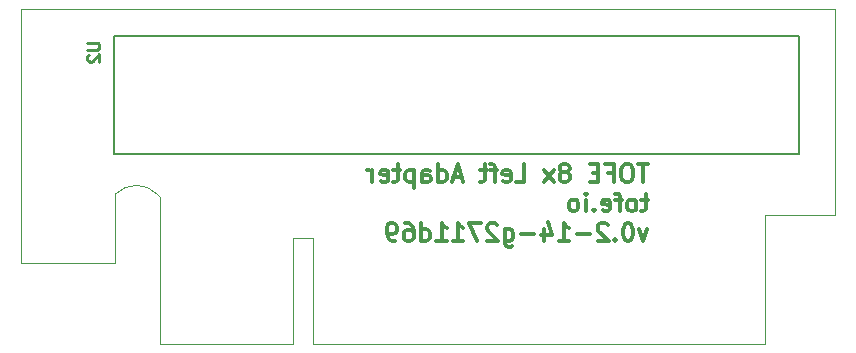
<source format=gbo>
G04 #@! TF.FileFunction,Legend,Bot*
%FSLAX46Y46*%
G04 Gerber Fmt 4.6, Leading zero omitted, Abs format (unit mm)*
G04 Created by KiCad (PCBNEW 4.0.2+e4-6225~38~ubuntu14.04.1-stable) date Wed Aug  3 16:15:20 2016*
%MOMM*%
G01*
G04 APERTURE LIST*
%ADD10C,0.350000*%
%ADD11C,0.300000*%
%ADD12C,0.375000*%
%ADD13C,0.100000*%
%ADD14C,0.150000*%
%ADD15C,0.254000*%
G04 APERTURE END LIST*
D10*
D11*
X215285714Y-178428571D02*
X214928571Y-179428571D01*
X214571429Y-178428571D01*
X213714286Y-177928571D02*
X213571429Y-177928571D01*
X213428572Y-178000000D01*
X213357143Y-178071429D01*
X213285714Y-178214286D01*
X213214286Y-178500000D01*
X213214286Y-178857143D01*
X213285714Y-179142857D01*
X213357143Y-179285714D01*
X213428572Y-179357143D01*
X213571429Y-179428571D01*
X213714286Y-179428571D01*
X213857143Y-179357143D01*
X213928572Y-179285714D01*
X214000000Y-179142857D01*
X214071429Y-178857143D01*
X214071429Y-178500000D01*
X214000000Y-178214286D01*
X213928572Y-178071429D01*
X213857143Y-178000000D01*
X213714286Y-177928571D01*
X212571429Y-179285714D02*
X212500001Y-179357143D01*
X212571429Y-179428571D01*
X212642858Y-179357143D01*
X212571429Y-179285714D01*
X212571429Y-179428571D01*
X211928572Y-178071429D02*
X211857143Y-178000000D01*
X211714286Y-177928571D01*
X211357143Y-177928571D01*
X211214286Y-178000000D01*
X211142857Y-178071429D01*
X211071429Y-178214286D01*
X211071429Y-178357143D01*
X211142857Y-178571429D01*
X212000000Y-179428571D01*
X211071429Y-179428571D01*
X210428572Y-178857143D02*
X209285715Y-178857143D01*
X207785715Y-179428571D02*
X208642858Y-179428571D01*
X208214286Y-179428571D02*
X208214286Y-177928571D01*
X208357143Y-178142857D01*
X208500001Y-178285714D01*
X208642858Y-178357143D01*
X206500001Y-178428571D02*
X206500001Y-179428571D01*
X206857144Y-177857143D02*
X207214287Y-178928571D01*
X206285715Y-178928571D01*
X205714287Y-178857143D02*
X204571430Y-178857143D01*
X203214287Y-178428571D02*
X203214287Y-179642857D01*
X203285716Y-179785714D01*
X203357144Y-179857143D01*
X203500001Y-179928571D01*
X203714287Y-179928571D01*
X203857144Y-179857143D01*
X203214287Y-179357143D02*
X203357144Y-179428571D01*
X203642858Y-179428571D01*
X203785716Y-179357143D01*
X203857144Y-179285714D01*
X203928573Y-179142857D01*
X203928573Y-178714286D01*
X203857144Y-178571429D01*
X203785716Y-178500000D01*
X203642858Y-178428571D01*
X203357144Y-178428571D01*
X203214287Y-178500000D01*
X202571430Y-178071429D02*
X202500001Y-178000000D01*
X202357144Y-177928571D01*
X202000001Y-177928571D01*
X201857144Y-178000000D01*
X201785715Y-178071429D01*
X201714287Y-178214286D01*
X201714287Y-178357143D01*
X201785715Y-178571429D01*
X202642858Y-179428571D01*
X201714287Y-179428571D01*
X201214287Y-177928571D02*
X200214287Y-177928571D01*
X200857144Y-179428571D01*
X198857145Y-179428571D02*
X199714288Y-179428571D01*
X199285716Y-179428571D02*
X199285716Y-177928571D01*
X199428573Y-178142857D01*
X199571431Y-178285714D01*
X199714288Y-178357143D01*
X197428574Y-179428571D02*
X198285717Y-179428571D01*
X197857145Y-179428571D02*
X197857145Y-177928571D01*
X198000002Y-178142857D01*
X198142860Y-178285714D01*
X198285717Y-178357143D01*
X196142860Y-179428571D02*
X196142860Y-177928571D01*
X196142860Y-179357143D02*
X196285717Y-179428571D01*
X196571431Y-179428571D01*
X196714289Y-179357143D01*
X196785717Y-179285714D01*
X196857146Y-179142857D01*
X196857146Y-178714286D01*
X196785717Y-178571429D01*
X196714289Y-178500000D01*
X196571431Y-178428571D01*
X196285717Y-178428571D01*
X196142860Y-178500000D01*
X194785717Y-177928571D02*
X195071431Y-177928571D01*
X195214288Y-178000000D01*
X195285717Y-178071429D01*
X195428574Y-178285714D01*
X195500003Y-178571429D01*
X195500003Y-179142857D01*
X195428574Y-179285714D01*
X195357146Y-179357143D01*
X195214288Y-179428571D01*
X194928574Y-179428571D01*
X194785717Y-179357143D01*
X194714288Y-179285714D01*
X194642860Y-179142857D01*
X194642860Y-178785714D01*
X194714288Y-178642857D01*
X194785717Y-178571429D01*
X194928574Y-178500000D01*
X195214288Y-178500000D01*
X195357146Y-178571429D01*
X195428574Y-178642857D01*
X195500003Y-178785714D01*
X193928575Y-179428571D02*
X193642860Y-179428571D01*
X193500003Y-179357143D01*
X193428575Y-179285714D01*
X193285717Y-179071429D01*
X193214289Y-178785714D01*
X193214289Y-178214286D01*
X193285717Y-178071429D01*
X193357146Y-178000000D01*
X193500003Y-177928571D01*
X193785717Y-177928571D01*
X193928575Y-178000000D01*
X194000003Y-178071429D01*
X194071432Y-178214286D01*
X194071432Y-178571429D01*
X194000003Y-178714286D01*
X193928575Y-178785714D01*
X193785717Y-178857143D01*
X193500003Y-178857143D01*
X193357146Y-178785714D01*
X193285717Y-178714286D01*
X193214289Y-178571429D01*
D12*
X215357143Y-172941071D02*
X214500000Y-172941071D01*
X214928571Y-174441071D02*
X214928571Y-172941071D01*
X213714286Y-172941071D02*
X213428572Y-172941071D01*
X213285714Y-173012500D01*
X213142857Y-173155357D01*
X213071429Y-173441071D01*
X213071429Y-173941071D01*
X213142857Y-174226786D01*
X213285714Y-174369643D01*
X213428572Y-174441071D01*
X213714286Y-174441071D01*
X213857143Y-174369643D01*
X214000000Y-174226786D01*
X214071429Y-173941071D01*
X214071429Y-173441071D01*
X214000000Y-173155357D01*
X213857143Y-173012500D01*
X213714286Y-172941071D01*
X211928571Y-173655357D02*
X212428571Y-173655357D01*
X212428571Y-174441071D02*
X212428571Y-172941071D01*
X211714285Y-172941071D01*
X211142857Y-173655357D02*
X210642857Y-173655357D01*
X210428571Y-174441071D02*
X211142857Y-174441071D01*
X211142857Y-172941071D01*
X210428571Y-172941071D01*
X208428571Y-173583929D02*
X208571429Y-173512500D01*
X208642857Y-173441071D01*
X208714286Y-173298214D01*
X208714286Y-173226786D01*
X208642857Y-173083929D01*
X208571429Y-173012500D01*
X208428571Y-172941071D01*
X208142857Y-172941071D01*
X208000000Y-173012500D01*
X207928571Y-173083929D01*
X207857143Y-173226786D01*
X207857143Y-173298214D01*
X207928571Y-173441071D01*
X208000000Y-173512500D01*
X208142857Y-173583929D01*
X208428571Y-173583929D01*
X208571429Y-173655357D01*
X208642857Y-173726786D01*
X208714286Y-173869643D01*
X208714286Y-174155357D01*
X208642857Y-174298214D01*
X208571429Y-174369643D01*
X208428571Y-174441071D01*
X208142857Y-174441071D01*
X208000000Y-174369643D01*
X207928571Y-174298214D01*
X207857143Y-174155357D01*
X207857143Y-173869643D01*
X207928571Y-173726786D01*
X208000000Y-173655357D01*
X208142857Y-173583929D01*
X207357143Y-174441071D02*
X206571429Y-173441071D01*
X207357143Y-173441071D02*
X206571429Y-174441071D01*
X204142857Y-174441071D02*
X204857143Y-174441071D01*
X204857143Y-172941071D01*
X203071429Y-174369643D02*
X203214286Y-174441071D01*
X203500000Y-174441071D01*
X203642857Y-174369643D01*
X203714286Y-174226786D01*
X203714286Y-173655357D01*
X203642857Y-173512500D01*
X203500000Y-173441071D01*
X203214286Y-173441071D01*
X203071429Y-173512500D01*
X203000000Y-173655357D01*
X203000000Y-173798214D01*
X203714286Y-173941071D01*
X202571429Y-173441071D02*
X202000000Y-173441071D01*
X202357143Y-174441071D02*
X202357143Y-173155357D01*
X202285715Y-173012500D01*
X202142857Y-172941071D01*
X202000000Y-172941071D01*
X201714286Y-173441071D02*
X201142857Y-173441071D01*
X201500000Y-172941071D02*
X201500000Y-174226786D01*
X201428572Y-174369643D01*
X201285714Y-174441071D01*
X201142857Y-174441071D01*
X199571429Y-174012500D02*
X198857143Y-174012500D01*
X199714286Y-174441071D02*
X199214286Y-172941071D01*
X198714286Y-174441071D01*
X197571429Y-174441071D02*
X197571429Y-172941071D01*
X197571429Y-174369643D02*
X197714286Y-174441071D01*
X198000000Y-174441071D01*
X198142858Y-174369643D01*
X198214286Y-174298214D01*
X198285715Y-174155357D01*
X198285715Y-173726786D01*
X198214286Y-173583929D01*
X198142858Y-173512500D01*
X198000000Y-173441071D01*
X197714286Y-173441071D01*
X197571429Y-173512500D01*
X196214286Y-174441071D02*
X196214286Y-173655357D01*
X196285715Y-173512500D01*
X196428572Y-173441071D01*
X196714286Y-173441071D01*
X196857143Y-173512500D01*
X196214286Y-174369643D02*
X196357143Y-174441071D01*
X196714286Y-174441071D01*
X196857143Y-174369643D01*
X196928572Y-174226786D01*
X196928572Y-174083929D01*
X196857143Y-173941071D01*
X196714286Y-173869643D01*
X196357143Y-173869643D01*
X196214286Y-173798214D01*
X195500000Y-173441071D02*
X195500000Y-174941071D01*
X195500000Y-173512500D02*
X195357143Y-173441071D01*
X195071429Y-173441071D01*
X194928572Y-173512500D01*
X194857143Y-173583929D01*
X194785714Y-173726786D01*
X194785714Y-174155357D01*
X194857143Y-174298214D01*
X194928572Y-174369643D01*
X195071429Y-174441071D01*
X195357143Y-174441071D01*
X195500000Y-174369643D01*
X194357143Y-173441071D02*
X193785714Y-173441071D01*
X194142857Y-172941071D02*
X194142857Y-174226786D01*
X194071429Y-174369643D01*
X193928571Y-174441071D01*
X193785714Y-174441071D01*
X192714286Y-174369643D02*
X192857143Y-174441071D01*
X193142857Y-174441071D01*
X193285714Y-174369643D01*
X193357143Y-174226786D01*
X193357143Y-173655357D01*
X193285714Y-173512500D01*
X193142857Y-173441071D01*
X192857143Y-173441071D01*
X192714286Y-173512500D01*
X192642857Y-173655357D01*
X192642857Y-173798214D01*
X193357143Y-173941071D01*
X192000000Y-174441071D02*
X192000000Y-173441071D01*
X192000000Y-173726786D02*
X191928572Y-173583929D01*
X191857143Y-173512500D01*
X191714286Y-173441071D01*
X191571429Y-173441071D01*
X215357143Y-175916071D02*
X214785714Y-175916071D01*
X215142857Y-175416071D02*
X215142857Y-176701786D01*
X215071429Y-176844643D01*
X214928571Y-176916071D01*
X214785714Y-176916071D01*
X214071428Y-176916071D02*
X214214286Y-176844643D01*
X214285714Y-176773214D01*
X214357143Y-176630357D01*
X214357143Y-176201786D01*
X214285714Y-176058929D01*
X214214286Y-175987500D01*
X214071428Y-175916071D01*
X213857143Y-175916071D01*
X213714286Y-175987500D01*
X213642857Y-176058929D01*
X213571428Y-176201786D01*
X213571428Y-176630357D01*
X213642857Y-176773214D01*
X213714286Y-176844643D01*
X213857143Y-176916071D01*
X214071428Y-176916071D01*
X213142857Y-175916071D02*
X212571428Y-175916071D01*
X212928571Y-176916071D02*
X212928571Y-175630357D01*
X212857143Y-175487500D01*
X212714285Y-175416071D01*
X212571428Y-175416071D01*
X211500000Y-176844643D02*
X211642857Y-176916071D01*
X211928571Y-176916071D01*
X212071428Y-176844643D01*
X212142857Y-176701786D01*
X212142857Y-176130357D01*
X212071428Y-175987500D01*
X211928571Y-175916071D01*
X211642857Y-175916071D01*
X211500000Y-175987500D01*
X211428571Y-176130357D01*
X211428571Y-176273214D01*
X212142857Y-176416071D01*
X210785714Y-176773214D02*
X210714286Y-176844643D01*
X210785714Y-176916071D01*
X210857143Y-176844643D01*
X210785714Y-176773214D01*
X210785714Y-176916071D01*
X210071428Y-176916071D02*
X210071428Y-175916071D01*
X210071428Y-175416071D02*
X210142857Y-175487500D01*
X210071428Y-175558929D01*
X210000000Y-175487500D01*
X210071428Y-175416071D01*
X210071428Y-175558929D01*
X209142856Y-176916071D02*
X209285714Y-176844643D01*
X209357142Y-176773214D01*
X209428571Y-176630357D01*
X209428571Y-176201786D01*
X209357142Y-176058929D01*
X209285714Y-175987500D01*
X209142856Y-175916071D01*
X208928571Y-175916071D01*
X208785714Y-175987500D01*
X208714285Y-176058929D01*
X208642856Y-176201786D01*
X208642856Y-176630357D01*
X208714285Y-176773214D01*
X208785714Y-176844643D01*
X208928571Y-176916071D01*
X209142856Y-176916071D01*
D13*
X174000000Y-175677360D02*
X173750000Y-175427360D01*
X174000000Y-175720060D02*
X174000000Y-188150000D01*
X185250000Y-179150000D02*
X185250000Y-188150000D01*
X162250000Y-159804100D02*
X162250000Y-181250000D01*
X170225720Y-175488600D02*
X170225720Y-181250000D01*
X170172380Y-181250000D02*
X162250000Y-181250000D01*
X225247200Y-177250000D02*
X231165400Y-177250000D01*
X231162860Y-159804100D02*
X162250000Y-159804100D01*
X231165400Y-177241200D02*
X231165400Y-159806640D01*
X225250000Y-177250000D02*
X225250000Y-177500000D01*
X185250000Y-188150000D02*
X174000000Y-188150000D01*
X187000000Y-179150000D02*
X185250000Y-179150000D01*
X187000000Y-188150000D02*
X187000000Y-179150000D01*
X225250000Y-188150000D02*
X187000000Y-188150000D01*
X225250000Y-177250000D02*
X225250000Y-188150000D01*
X173795515Y-175473408D02*
G75*
G03X170265240Y-175442600I-1780275J-1719192D01*
G01*
D14*
X170156600Y-167055800D02*
X170156600Y-172055800D01*
X170156600Y-172055800D02*
X227156600Y-172055800D01*
X227156600Y-172055800D02*
X228156600Y-172055800D01*
X228156600Y-172055800D02*
X228156600Y-162055800D01*
X228156600Y-162055800D02*
X170156600Y-162055800D01*
X170156600Y-162055800D02*
X170156600Y-167055800D01*
D15*
X167873219Y-162657705D02*
X168695695Y-162657705D01*
X168792457Y-162706086D01*
X168840838Y-162754467D01*
X168889219Y-162851229D01*
X168889219Y-163044752D01*
X168840838Y-163141514D01*
X168792457Y-163189895D01*
X168695695Y-163238276D01*
X167873219Y-163238276D01*
X167969981Y-163673705D02*
X167921600Y-163722086D01*
X167873219Y-163818848D01*
X167873219Y-164060752D01*
X167921600Y-164157514D01*
X167969981Y-164205895D01*
X168066743Y-164254276D01*
X168163505Y-164254276D01*
X168308648Y-164205895D01*
X168889219Y-163625324D01*
X168889219Y-164254276D01*
M02*

</source>
